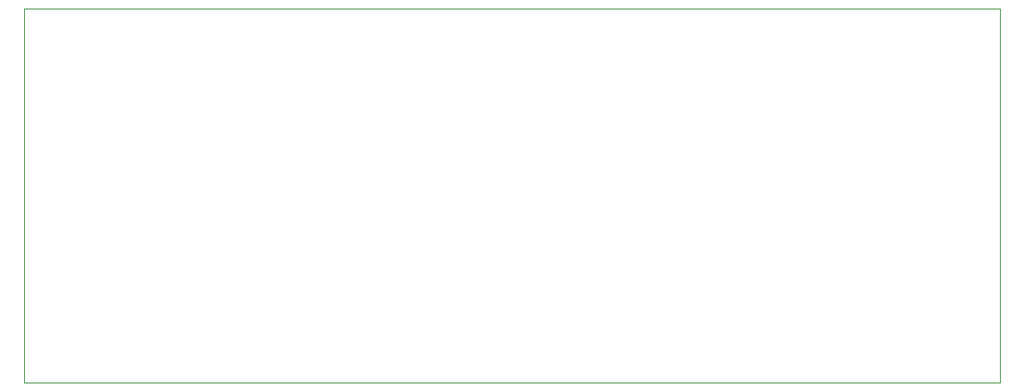
<source format=gbr>
G04 ===== Begin FILE IDENTIFICATION =====*
G04 File Format:  Gerber RS274X*
G04 ===== End FILE IDENTIFICATION =====*
%FSLAX24Y24*%
%MOIN*%
%SFA1.0000B1.0000*%
%OFA0.0B0.0*%
%ADD14C,0.000001*%
%LNbound*%
%IPPOS*%
%LPD*%
G75*
D14*
G01X0Y0D02*
G01X37854D01*
G01Y14528D01*
G01X0D01*
G01Y0D01*
M02*


</source>
